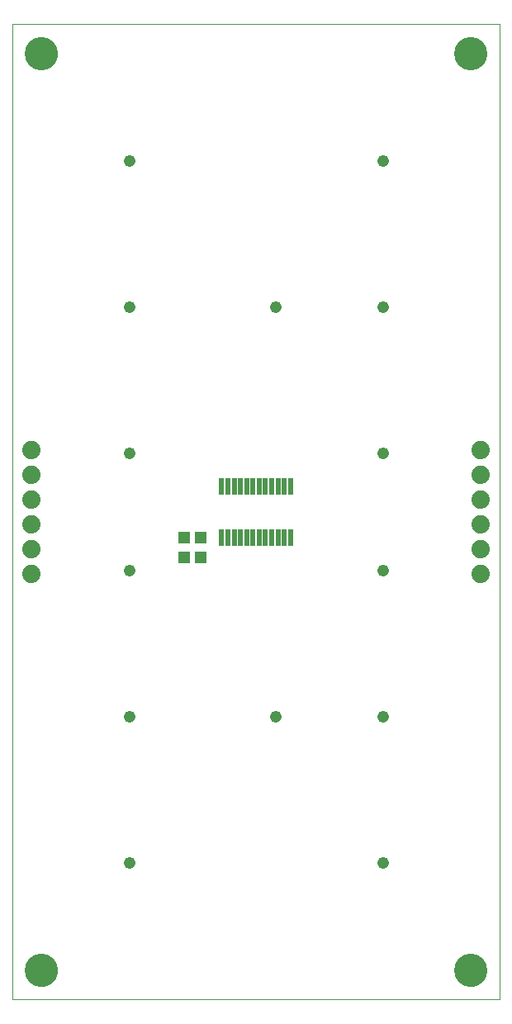
<source format=gbs>
G75*
G70*
%OFA0B0*%
%FSLAX24Y24*%
%IPPOS*%
%LPD*%
%AMOC8*
5,1,8,0,0,1.08239X$1,22.5*
%
%ADD10C,0.0000*%
%ADD11C,0.1340*%
%ADD12C,0.0740*%
%ADD13R,0.0513X0.0474*%
%ADD14R,0.0237X0.0671*%
%ADD15R,0.0474X0.0513*%
%ADD16C,0.0476*%
D10*
X000554Y000554D02*
X000554Y039924D01*
X020239Y039924D01*
X020239Y000554D01*
X000554Y000554D01*
X001105Y001735D02*
X001107Y001785D01*
X001113Y001835D01*
X001123Y001884D01*
X001137Y001932D01*
X001154Y001979D01*
X001175Y002024D01*
X001200Y002068D01*
X001228Y002109D01*
X001260Y002148D01*
X001294Y002185D01*
X001331Y002219D01*
X001371Y002249D01*
X001413Y002276D01*
X001457Y002300D01*
X001503Y002321D01*
X001550Y002337D01*
X001598Y002350D01*
X001648Y002359D01*
X001697Y002364D01*
X001748Y002365D01*
X001798Y002362D01*
X001847Y002355D01*
X001896Y002344D01*
X001944Y002329D01*
X001990Y002311D01*
X002035Y002289D01*
X002078Y002263D01*
X002119Y002234D01*
X002158Y002202D01*
X002194Y002167D01*
X002226Y002129D01*
X002256Y002089D01*
X002283Y002046D01*
X002306Y002002D01*
X002325Y001956D01*
X002341Y001908D01*
X002353Y001859D01*
X002361Y001810D01*
X002365Y001760D01*
X002365Y001710D01*
X002361Y001660D01*
X002353Y001611D01*
X002341Y001562D01*
X002325Y001514D01*
X002306Y001468D01*
X002283Y001424D01*
X002256Y001381D01*
X002226Y001341D01*
X002194Y001303D01*
X002158Y001268D01*
X002119Y001236D01*
X002078Y001207D01*
X002035Y001181D01*
X001990Y001159D01*
X001944Y001141D01*
X001896Y001126D01*
X001847Y001115D01*
X001798Y001108D01*
X001748Y001105D01*
X001697Y001106D01*
X001648Y001111D01*
X001598Y001120D01*
X001550Y001133D01*
X001503Y001149D01*
X001457Y001170D01*
X001413Y001194D01*
X001371Y001221D01*
X001331Y001251D01*
X001294Y001285D01*
X001260Y001322D01*
X001228Y001361D01*
X001200Y001402D01*
X001175Y001446D01*
X001154Y001491D01*
X001137Y001538D01*
X001123Y001586D01*
X001113Y001635D01*
X001107Y001685D01*
X001105Y001735D01*
X018428Y001735D02*
X018430Y001785D01*
X018436Y001835D01*
X018446Y001884D01*
X018460Y001932D01*
X018477Y001979D01*
X018498Y002024D01*
X018523Y002068D01*
X018551Y002109D01*
X018583Y002148D01*
X018617Y002185D01*
X018654Y002219D01*
X018694Y002249D01*
X018736Y002276D01*
X018780Y002300D01*
X018826Y002321D01*
X018873Y002337D01*
X018921Y002350D01*
X018971Y002359D01*
X019020Y002364D01*
X019071Y002365D01*
X019121Y002362D01*
X019170Y002355D01*
X019219Y002344D01*
X019267Y002329D01*
X019313Y002311D01*
X019358Y002289D01*
X019401Y002263D01*
X019442Y002234D01*
X019481Y002202D01*
X019517Y002167D01*
X019549Y002129D01*
X019579Y002089D01*
X019606Y002046D01*
X019629Y002002D01*
X019648Y001956D01*
X019664Y001908D01*
X019676Y001859D01*
X019684Y001810D01*
X019688Y001760D01*
X019688Y001710D01*
X019684Y001660D01*
X019676Y001611D01*
X019664Y001562D01*
X019648Y001514D01*
X019629Y001468D01*
X019606Y001424D01*
X019579Y001381D01*
X019549Y001341D01*
X019517Y001303D01*
X019481Y001268D01*
X019442Y001236D01*
X019401Y001207D01*
X019358Y001181D01*
X019313Y001159D01*
X019267Y001141D01*
X019219Y001126D01*
X019170Y001115D01*
X019121Y001108D01*
X019071Y001105D01*
X019020Y001106D01*
X018971Y001111D01*
X018921Y001120D01*
X018873Y001133D01*
X018826Y001149D01*
X018780Y001170D01*
X018736Y001194D01*
X018694Y001221D01*
X018654Y001251D01*
X018617Y001285D01*
X018583Y001322D01*
X018551Y001361D01*
X018523Y001402D01*
X018498Y001446D01*
X018477Y001491D01*
X018460Y001538D01*
X018446Y001586D01*
X018436Y001635D01*
X018430Y001685D01*
X018428Y001735D01*
X018428Y038743D02*
X018430Y038793D01*
X018436Y038843D01*
X018446Y038892D01*
X018460Y038940D01*
X018477Y038987D01*
X018498Y039032D01*
X018523Y039076D01*
X018551Y039117D01*
X018583Y039156D01*
X018617Y039193D01*
X018654Y039227D01*
X018694Y039257D01*
X018736Y039284D01*
X018780Y039308D01*
X018826Y039329D01*
X018873Y039345D01*
X018921Y039358D01*
X018971Y039367D01*
X019020Y039372D01*
X019071Y039373D01*
X019121Y039370D01*
X019170Y039363D01*
X019219Y039352D01*
X019267Y039337D01*
X019313Y039319D01*
X019358Y039297D01*
X019401Y039271D01*
X019442Y039242D01*
X019481Y039210D01*
X019517Y039175D01*
X019549Y039137D01*
X019579Y039097D01*
X019606Y039054D01*
X019629Y039010D01*
X019648Y038964D01*
X019664Y038916D01*
X019676Y038867D01*
X019684Y038818D01*
X019688Y038768D01*
X019688Y038718D01*
X019684Y038668D01*
X019676Y038619D01*
X019664Y038570D01*
X019648Y038522D01*
X019629Y038476D01*
X019606Y038432D01*
X019579Y038389D01*
X019549Y038349D01*
X019517Y038311D01*
X019481Y038276D01*
X019442Y038244D01*
X019401Y038215D01*
X019358Y038189D01*
X019313Y038167D01*
X019267Y038149D01*
X019219Y038134D01*
X019170Y038123D01*
X019121Y038116D01*
X019071Y038113D01*
X019020Y038114D01*
X018971Y038119D01*
X018921Y038128D01*
X018873Y038141D01*
X018826Y038157D01*
X018780Y038178D01*
X018736Y038202D01*
X018694Y038229D01*
X018654Y038259D01*
X018617Y038293D01*
X018583Y038330D01*
X018551Y038369D01*
X018523Y038410D01*
X018498Y038454D01*
X018477Y038499D01*
X018460Y038546D01*
X018446Y038594D01*
X018436Y038643D01*
X018430Y038693D01*
X018428Y038743D01*
X001105Y038743D02*
X001107Y038793D01*
X001113Y038843D01*
X001123Y038892D01*
X001137Y038940D01*
X001154Y038987D01*
X001175Y039032D01*
X001200Y039076D01*
X001228Y039117D01*
X001260Y039156D01*
X001294Y039193D01*
X001331Y039227D01*
X001371Y039257D01*
X001413Y039284D01*
X001457Y039308D01*
X001503Y039329D01*
X001550Y039345D01*
X001598Y039358D01*
X001648Y039367D01*
X001697Y039372D01*
X001748Y039373D01*
X001798Y039370D01*
X001847Y039363D01*
X001896Y039352D01*
X001944Y039337D01*
X001990Y039319D01*
X002035Y039297D01*
X002078Y039271D01*
X002119Y039242D01*
X002158Y039210D01*
X002194Y039175D01*
X002226Y039137D01*
X002256Y039097D01*
X002283Y039054D01*
X002306Y039010D01*
X002325Y038964D01*
X002341Y038916D01*
X002353Y038867D01*
X002361Y038818D01*
X002365Y038768D01*
X002365Y038718D01*
X002361Y038668D01*
X002353Y038619D01*
X002341Y038570D01*
X002325Y038522D01*
X002306Y038476D01*
X002283Y038432D01*
X002256Y038389D01*
X002226Y038349D01*
X002194Y038311D01*
X002158Y038276D01*
X002119Y038244D01*
X002078Y038215D01*
X002035Y038189D01*
X001990Y038167D01*
X001944Y038149D01*
X001896Y038134D01*
X001847Y038123D01*
X001798Y038116D01*
X001748Y038113D01*
X001697Y038114D01*
X001648Y038119D01*
X001598Y038128D01*
X001550Y038141D01*
X001503Y038157D01*
X001457Y038178D01*
X001413Y038202D01*
X001371Y038229D01*
X001331Y038259D01*
X001294Y038293D01*
X001260Y038330D01*
X001228Y038369D01*
X001200Y038410D01*
X001175Y038454D01*
X001154Y038499D01*
X001137Y038546D01*
X001123Y038594D01*
X001113Y038643D01*
X001107Y038693D01*
X001105Y038743D01*
D11*
X001735Y038743D03*
X019058Y038743D03*
X019058Y001735D03*
X001735Y001735D03*
D12*
X001342Y017739D03*
X001342Y018739D03*
X001342Y019739D03*
X001342Y020739D03*
X001342Y021739D03*
X001342Y022739D03*
X019452Y022739D03*
X019452Y021739D03*
X019452Y020739D03*
X019452Y019739D03*
X019452Y018739D03*
X019452Y017739D03*
D13*
X008172Y019216D03*
X007503Y019216D03*
D14*
X009011Y019216D03*
X009263Y019216D03*
X009515Y019216D03*
X009767Y019216D03*
X010019Y019216D03*
X010271Y019216D03*
X010523Y019216D03*
X010775Y019216D03*
X011027Y019216D03*
X011279Y019216D03*
X011531Y019216D03*
X011783Y019216D03*
X011783Y021263D03*
X011531Y021263D03*
X011279Y021263D03*
X011027Y021263D03*
X010775Y021263D03*
X010523Y021263D03*
X010271Y021263D03*
X010019Y021263D03*
X009767Y021263D03*
X009515Y021263D03*
X009263Y021263D03*
X009011Y021263D03*
D15*
X008172Y018389D03*
X007503Y018389D03*
D16*
X005279Y017877D03*
X005279Y022602D03*
X005279Y028507D03*
X005279Y034413D03*
X011184Y028507D03*
X015515Y028507D03*
X015515Y022602D03*
X015515Y017877D03*
X015515Y011972D03*
X015515Y006066D03*
X011184Y011972D03*
X005279Y011972D03*
X005279Y006066D03*
X015515Y034413D03*
M02*

</source>
